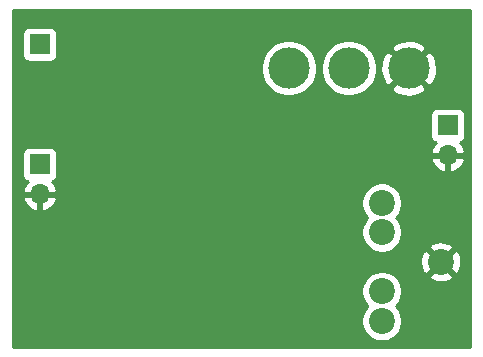
<source format=gbr>
%TF.GenerationSoftware,KiCad,Pcbnew,5.1.10-88a1d61d58~88~ubuntu16.04.1*%
%TF.CreationDate,2021-09-03T12:29:31+02:00*%
%TF.ProjectId,80mrx,38306d72-782e-46b6-9963-61645f706362,rev?*%
%TF.SameCoordinates,Original*%
%TF.FileFunction,Copper,L2,Bot*%
%TF.FilePolarity,Positive*%
%FSLAX46Y46*%
G04 Gerber Fmt 4.6, Leading zero omitted, Abs format (unit mm)*
G04 Created by KiCad (PCBNEW 5.1.10-88a1d61d58~88~ubuntu16.04.1) date 2021-09-03 12:29:31*
%MOMM*%
%LPD*%
G01*
G04 APERTURE LIST*
%TA.AperFunction,ComponentPad*%
%ADD10C,2.200000*%
%TD*%
%TA.AperFunction,ComponentPad*%
%ADD11R,1.700000X1.700000*%
%TD*%
%TA.AperFunction,ComponentPad*%
%ADD12O,1.700000X1.700000*%
%TD*%
%TA.AperFunction,ComponentPad*%
%ADD13C,3.500000*%
%TD*%
%TA.AperFunction,Conductor*%
%ADD14C,0.254000*%
%TD*%
%TA.AperFunction,Conductor*%
%ADD15C,0.100000*%
%TD*%
G04 APERTURE END LIST*
D10*
%TO.P,J1,1*%
%TO.N,Net-(C18-Pad2)*%
X156972000Y-96988000D03*
%TO.P,J1,2*%
X156972000Y-99488000D03*
%TO.P,J1,3*%
X156972000Y-104488000D03*
%TO.P,J1,4*%
X156972000Y-106988000D03*
%TO.P,J1,5*%
%TO.N,GND*%
X161972000Y-101988000D03*
%TD*%
D11*
%TO.P,AE1,1*%
%TO.N,Net-(AE1-Pad1)*%
X128016000Y-83566000D03*
%TD*%
D12*
%TO.P,BT1,2*%
%TO.N,GND*%
X162560000Y-92964000D03*
D11*
%TO.P,BT1,1*%
%TO.N,+6V*%
X162560000Y-90424000D03*
%TD*%
%TO.P,L1,1*%
%TO.N,Net-(C1-Pad1)*%
X128016000Y-93726000D03*
D12*
%TO.P,L1,2*%
%TO.N,GND*%
X128016000Y-96266000D03*
%TD*%
D13*
%TO.P,RV1,1*%
%TO.N,+6V*%
X149098000Y-85598000D03*
%TO.P,RV1,2*%
%TO.N,Net-(C4-Pad1)*%
X154178000Y-85598000D03*
%TO.P,RV1,3*%
%TO.N,GND*%
X159258000Y-85598000D03*
%TD*%
D14*
%TO.N,GND*%
X164440001Y-109195000D02*
X125755000Y-109195000D01*
X125755000Y-104317117D01*
X155237000Y-104317117D01*
X155237000Y-104658883D01*
X155303675Y-104994081D01*
X155434463Y-105309831D01*
X155624337Y-105593998D01*
X155768339Y-105738000D01*
X155624337Y-105882002D01*
X155434463Y-106166169D01*
X155303675Y-106481919D01*
X155237000Y-106817117D01*
X155237000Y-107158883D01*
X155303675Y-107494081D01*
X155434463Y-107809831D01*
X155624337Y-108093998D01*
X155866002Y-108335663D01*
X156150169Y-108525537D01*
X156465919Y-108656325D01*
X156801117Y-108723000D01*
X157142883Y-108723000D01*
X157478081Y-108656325D01*
X157793831Y-108525537D01*
X158077998Y-108335663D01*
X158319663Y-108093998D01*
X158509537Y-107809831D01*
X158640325Y-107494081D01*
X158707000Y-107158883D01*
X158707000Y-106817117D01*
X158640325Y-106481919D01*
X158509537Y-106166169D01*
X158319663Y-105882002D01*
X158175661Y-105738000D01*
X158319663Y-105593998D01*
X158509537Y-105309831D01*
X158640325Y-104994081D01*
X158707000Y-104658883D01*
X158707000Y-104317117D01*
X158640325Y-103981919D01*
X158509537Y-103666169D01*
X158319663Y-103382002D01*
X158132373Y-103194712D01*
X160944893Y-103194712D01*
X161052726Y-103469338D01*
X161359384Y-103620216D01*
X161689585Y-103708369D01*
X162030639Y-103730409D01*
X162369439Y-103685489D01*
X162692966Y-103575336D01*
X162891274Y-103469338D01*
X162999107Y-103194712D01*
X161972000Y-102167605D01*
X160944893Y-103194712D01*
X158132373Y-103194712D01*
X158077998Y-103140337D01*
X157793831Y-102950463D01*
X157478081Y-102819675D01*
X157142883Y-102753000D01*
X156801117Y-102753000D01*
X156465919Y-102819675D01*
X156150169Y-102950463D01*
X155866002Y-103140337D01*
X155624337Y-103382002D01*
X155434463Y-103666169D01*
X155303675Y-103981919D01*
X155237000Y-104317117D01*
X125755000Y-104317117D01*
X125755000Y-102046639D01*
X160229591Y-102046639D01*
X160274511Y-102385439D01*
X160384664Y-102708966D01*
X160490662Y-102907274D01*
X160765288Y-103015107D01*
X161792395Y-101988000D01*
X162151605Y-101988000D01*
X163178712Y-103015107D01*
X163453338Y-102907274D01*
X163604216Y-102600616D01*
X163692369Y-102270415D01*
X163714409Y-101929361D01*
X163669489Y-101590561D01*
X163559336Y-101267034D01*
X163453338Y-101068726D01*
X163178712Y-100960893D01*
X162151605Y-101988000D01*
X161792395Y-101988000D01*
X160765288Y-100960893D01*
X160490662Y-101068726D01*
X160339784Y-101375384D01*
X160251631Y-101705585D01*
X160229591Y-102046639D01*
X125755000Y-102046639D01*
X125755000Y-96622890D01*
X126574524Y-96622890D01*
X126619175Y-96770099D01*
X126744359Y-97032920D01*
X126918412Y-97266269D01*
X127134645Y-97461178D01*
X127384748Y-97610157D01*
X127659109Y-97707481D01*
X127889000Y-97586814D01*
X127889000Y-96393000D01*
X128143000Y-96393000D01*
X128143000Y-97586814D01*
X128372891Y-97707481D01*
X128647252Y-97610157D01*
X128897355Y-97461178D01*
X129113588Y-97266269D01*
X129287641Y-97032920D01*
X129390429Y-96817117D01*
X155237000Y-96817117D01*
X155237000Y-97158883D01*
X155303675Y-97494081D01*
X155434463Y-97809831D01*
X155624337Y-98093998D01*
X155768339Y-98238000D01*
X155624337Y-98382002D01*
X155434463Y-98666169D01*
X155303675Y-98981919D01*
X155237000Y-99317117D01*
X155237000Y-99658883D01*
X155303675Y-99994081D01*
X155434463Y-100309831D01*
X155624337Y-100593998D01*
X155866002Y-100835663D01*
X156150169Y-101025537D01*
X156465919Y-101156325D01*
X156801117Y-101223000D01*
X157142883Y-101223000D01*
X157478081Y-101156325D01*
X157793831Y-101025537D01*
X158077998Y-100835663D01*
X158132373Y-100781288D01*
X160944893Y-100781288D01*
X161972000Y-101808395D01*
X162999107Y-100781288D01*
X162891274Y-100506662D01*
X162584616Y-100355784D01*
X162254415Y-100267631D01*
X161913361Y-100245591D01*
X161574561Y-100290511D01*
X161251034Y-100400664D01*
X161052726Y-100506662D01*
X160944893Y-100781288D01*
X158132373Y-100781288D01*
X158319663Y-100593998D01*
X158509537Y-100309831D01*
X158640325Y-99994081D01*
X158707000Y-99658883D01*
X158707000Y-99317117D01*
X158640325Y-98981919D01*
X158509537Y-98666169D01*
X158319663Y-98382002D01*
X158175661Y-98238000D01*
X158319663Y-98093998D01*
X158509537Y-97809831D01*
X158640325Y-97494081D01*
X158707000Y-97158883D01*
X158707000Y-96817117D01*
X158640325Y-96481919D01*
X158509537Y-96166169D01*
X158319663Y-95882002D01*
X158077998Y-95640337D01*
X157793831Y-95450463D01*
X157478081Y-95319675D01*
X157142883Y-95253000D01*
X156801117Y-95253000D01*
X156465919Y-95319675D01*
X156150169Y-95450463D01*
X155866002Y-95640337D01*
X155624337Y-95882002D01*
X155434463Y-96166169D01*
X155303675Y-96481919D01*
X155237000Y-96817117D01*
X129390429Y-96817117D01*
X129412825Y-96770099D01*
X129457476Y-96622890D01*
X129336155Y-96393000D01*
X128143000Y-96393000D01*
X127889000Y-96393000D01*
X126695845Y-96393000D01*
X126574524Y-96622890D01*
X125755000Y-96622890D01*
X125755000Y-92876000D01*
X126527928Y-92876000D01*
X126527928Y-94576000D01*
X126540188Y-94700482D01*
X126576498Y-94820180D01*
X126635463Y-94930494D01*
X126714815Y-95027185D01*
X126811506Y-95106537D01*
X126921820Y-95165502D01*
X127002466Y-95189966D01*
X126918412Y-95265731D01*
X126744359Y-95499080D01*
X126619175Y-95761901D01*
X126574524Y-95909110D01*
X126695845Y-96139000D01*
X127889000Y-96139000D01*
X127889000Y-96119000D01*
X128143000Y-96119000D01*
X128143000Y-96139000D01*
X129336155Y-96139000D01*
X129457476Y-95909110D01*
X129412825Y-95761901D01*
X129287641Y-95499080D01*
X129113588Y-95265731D01*
X129029534Y-95189966D01*
X129110180Y-95165502D01*
X129220494Y-95106537D01*
X129317185Y-95027185D01*
X129396537Y-94930494D01*
X129455502Y-94820180D01*
X129491812Y-94700482D01*
X129504072Y-94576000D01*
X129504072Y-93320890D01*
X161118524Y-93320890D01*
X161163175Y-93468099D01*
X161288359Y-93730920D01*
X161462412Y-93964269D01*
X161678645Y-94159178D01*
X161928748Y-94308157D01*
X162203109Y-94405481D01*
X162433000Y-94284814D01*
X162433000Y-93091000D01*
X162687000Y-93091000D01*
X162687000Y-94284814D01*
X162916891Y-94405481D01*
X163191252Y-94308157D01*
X163441355Y-94159178D01*
X163657588Y-93964269D01*
X163831641Y-93730920D01*
X163956825Y-93468099D01*
X164001476Y-93320890D01*
X163880155Y-93091000D01*
X162687000Y-93091000D01*
X162433000Y-93091000D01*
X161239845Y-93091000D01*
X161118524Y-93320890D01*
X129504072Y-93320890D01*
X129504072Y-92876000D01*
X129491812Y-92751518D01*
X129455502Y-92631820D01*
X129396537Y-92521506D01*
X129317185Y-92424815D01*
X129220494Y-92345463D01*
X129110180Y-92286498D01*
X128990482Y-92250188D01*
X128866000Y-92237928D01*
X127166000Y-92237928D01*
X127041518Y-92250188D01*
X126921820Y-92286498D01*
X126811506Y-92345463D01*
X126714815Y-92424815D01*
X126635463Y-92521506D01*
X126576498Y-92631820D01*
X126540188Y-92751518D01*
X126527928Y-92876000D01*
X125755000Y-92876000D01*
X125755000Y-89574000D01*
X161071928Y-89574000D01*
X161071928Y-91274000D01*
X161084188Y-91398482D01*
X161120498Y-91518180D01*
X161179463Y-91628494D01*
X161258815Y-91725185D01*
X161355506Y-91804537D01*
X161465820Y-91863502D01*
X161546466Y-91887966D01*
X161462412Y-91963731D01*
X161288359Y-92197080D01*
X161163175Y-92459901D01*
X161118524Y-92607110D01*
X161239845Y-92837000D01*
X162433000Y-92837000D01*
X162433000Y-92817000D01*
X162687000Y-92817000D01*
X162687000Y-92837000D01*
X163880155Y-92837000D01*
X164001476Y-92607110D01*
X163956825Y-92459901D01*
X163831641Y-92197080D01*
X163657588Y-91963731D01*
X163573534Y-91887966D01*
X163654180Y-91863502D01*
X163764494Y-91804537D01*
X163861185Y-91725185D01*
X163940537Y-91628494D01*
X163999502Y-91518180D01*
X164035812Y-91398482D01*
X164048072Y-91274000D01*
X164048072Y-89574000D01*
X164035812Y-89449518D01*
X163999502Y-89329820D01*
X163940537Y-89219506D01*
X163861185Y-89122815D01*
X163764494Y-89043463D01*
X163654180Y-88984498D01*
X163534482Y-88948188D01*
X163410000Y-88935928D01*
X161710000Y-88935928D01*
X161585518Y-88948188D01*
X161465820Y-88984498D01*
X161355506Y-89043463D01*
X161258815Y-89122815D01*
X161179463Y-89219506D01*
X161120498Y-89329820D01*
X161084188Y-89449518D01*
X161071928Y-89574000D01*
X125755000Y-89574000D01*
X125755000Y-85363098D01*
X146713000Y-85363098D01*
X146713000Y-85832902D01*
X146804654Y-86293679D01*
X146984440Y-86727721D01*
X147245450Y-87118349D01*
X147577651Y-87450550D01*
X147968279Y-87711560D01*
X148402321Y-87891346D01*
X148863098Y-87983000D01*
X149332902Y-87983000D01*
X149793679Y-87891346D01*
X150227721Y-87711560D01*
X150618349Y-87450550D01*
X150950550Y-87118349D01*
X151211560Y-86727721D01*
X151391346Y-86293679D01*
X151483000Y-85832902D01*
X151483000Y-85363098D01*
X151793000Y-85363098D01*
X151793000Y-85832902D01*
X151884654Y-86293679D01*
X152064440Y-86727721D01*
X152325450Y-87118349D01*
X152657651Y-87450550D01*
X153048279Y-87711560D01*
X153482321Y-87891346D01*
X153943098Y-87983000D01*
X154412902Y-87983000D01*
X154873679Y-87891346D01*
X155307721Y-87711560D01*
X155698349Y-87450550D01*
X155881290Y-87267609D01*
X157767997Y-87267609D01*
X157954073Y-87608766D01*
X158371409Y-87824513D01*
X158822815Y-87954696D01*
X159290946Y-87994313D01*
X159757811Y-87941842D01*
X160205468Y-87799297D01*
X160561927Y-87608766D01*
X160748003Y-87267609D01*
X159258000Y-85777605D01*
X157767997Y-87267609D01*
X155881290Y-87267609D01*
X156030550Y-87118349D01*
X156291560Y-86727721D01*
X156471346Y-86293679D01*
X156563000Y-85832902D01*
X156563000Y-85630946D01*
X156861687Y-85630946D01*
X156914158Y-86097811D01*
X157056703Y-86545468D01*
X157247234Y-86901927D01*
X157588391Y-87088003D01*
X159078395Y-85598000D01*
X159437605Y-85598000D01*
X160927609Y-87088003D01*
X161268766Y-86901927D01*
X161484513Y-86484591D01*
X161614696Y-86033185D01*
X161654313Y-85565054D01*
X161601842Y-85098189D01*
X161459297Y-84650532D01*
X161268766Y-84294073D01*
X160927609Y-84107997D01*
X159437605Y-85598000D01*
X159078395Y-85598000D01*
X157588391Y-84107997D01*
X157247234Y-84294073D01*
X157031487Y-84711409D01*
X156901304Y-85162815D01*
X156861687Y-85630946D01*
X156563000Y-85630946D01*
X156563000Y-85363098D01*
X156471346Y-84902321D01*
X156291560Y-84468279D01*
X156030550Y-84077651D01*
X155881290Y-83928391D01*
X157767997Y-83928391D01*
X159258000Y-85418395D01*
X160748003Y-83928391D01*
X160561927Y-83587234D01*
X160144591Y-83371487D01*
X159693185Y-83241304D01*
X159225054Y-83201687D01*
X158758189Y-83254158D01*
X158310532Y-83396703D01*
X157954073Y-83587234D01*
X157767997Y-83928391D01*
X155881290Y-83928391D01*
X155698349Y-83745450D01*
X155307721Y-83484440D01*
X154873679Y-83304654D01*
X154412902Y-83213000D01*
X153943098Y-83213000D01*
X153482321Y-83304654D01*
X153048279Y-83484440D01*
X152657651Y-83745450D01*
X152325450Y-84077651D01*
X152064440Y-84468279D01*
X151884654Y-84902321D01*
X151793000Y-85363098D01*
X151483000Y-85363098D01*
X151391346Y-84902321D01*
X151211560Y-84468279D01*
X150950550Y-84077651D01*
X150618349Y-83745450D01*
X150227721Y-83484440D01*
X149793679Y-83304654D01*
X149332902Y-83213000D01*
X148863098Y-83213000D01*
X148402321Y-83304654D01*
X147968279Y-83484440D01*
X147577651Y-83745450D01*
X147245450Y-84077651D01*
X146984440Y-84468279D01*
X146804654Y-84902321D01*
X146713000Y-85363098D01*
X125755000Y-85363098D01*
X125755000Y-82716000D01*
X126527928Y-82716000D01*
X126527928Y-84416000D01*
X126540188Y-84540482D01*
X126576498Y-84660180D01*
X126635463Y-84770494D01*
X126714815Y-84867185D01*
X126811506Y-84946537D01*
X126921820Y-85005502D01*
X127041518Y-85041812D01*
X127166000Y-85054072D01*
X128866000Y-85054072D01*
X128990482Y-85041812D01*
X129110180Y-85005502D01*
X129220494Y-84946537D01*
X129317185Y-84867185D01*
X129396537Y-84770494D01*
X129455502Y-84660180D01*
X129491812Y-84540482D01*
X129504072Y-84416000D01*
X129504072Y-82716000D01*
X129491812Y-82591518D01*
X129455502Y-82471820D01*
X129396537Y-82361506D01*
X129317185Y-82264815D01*
X129220494Y-82185463D01*
X129110180Y-82126498D01*
X128990482Y-82090188D01*
X128866000Y-82077928D01*
X127166000Y-82077928D01*
X127041518Y-82090188D01*
X126921820Y-82126498D01*
X126811506Y-82185463D01*
X126714815Y-82264815D01*
X126635463Y-82361506D01*
X126576498Y-82471820D01*
X126540188Y-82591518D01*
X126527928Y-82716000D01*
X125755000Y-82716000D01*
X125755000Y-80670000D01*
X164440000Y-80670000D01*
X164440001Y-109195000D01*
%TA.AperFunction,Conductor*%
D15*
G36*
X164440001Y-109195000D02*
G01*
X125755000Y-109195000D01*
X125755000Y-104317117D01*
X155237000Y-104317117D01*
X155237000Y-104658883D01*
X155303675Y-104994081D01*
X155434463Y-105309831D01*
X155624337Y-105593998D01*
X155768339Y-105738000D01*
X155624337Y-105882002D01*
X155434463Y-106166169D01*
X155303675Y-106481919D01*
X155237000Y-106817117D01*
X155237000Y-107158883D01*
X155303675Y-107494081D01*
X155434463Y-107809831D01*
X155624337Y-108093998D01*
X155866002Y-108335663D01*
X156150169Y-108525537D01*
X156465919Y-108656325D01*
X156801117Y-108723000D01*
X157142883Y-108723000D01*
X157478081Y-108656325D01*
X157793831Y-108525537D01*
X158077998Y-108335663D01*
X158319663Y-108093998D01*
X158509537Y-107809831D01*
X158640325Y-107494081D01*
X158707000Y-107158883D01*
X158707000Y-106817117D01*
X158640325Y-106481919D01*
X158509537Y-106166169D01*
X158319663Y-105882002D01*
X158175661Y-105738000D01*
X158319663Y-105593998D01*
X158509537Y-105309831D01*
X158640325Y-104994081D01*
X158707000Y-104658883D01*
X158707000Y-104317117D01*
X158640325Y-103981919D01*
X158509537Y-103666169D01*
X158319663Y-103382002D01*
X158132373Y-103194712D01*
X160944893Y-103194712D01*
X161052726Y-103469338D01*
X161359384Y-103620216D01*
X161689585Y-103708369D01*
X162030639Y-103730409D01*
X162369439Y-103685489D01*
X162692966Y-103575336D01*
X162891274Y-103469338D01*
X162999107Y-103194712D01*
X161972000Y-102167605D01*
X160944893Y-103194712D01*
X158132373Y-103194712D01*
X158077998Y-103140337D01*
X157793831Y-102950463D01*
X157478081Y-102819675D01*
X157142883Y-102753000D01*
X156801117Y-102753000D01*
X156465919Y-102819675D01*
X156150169Y-102950463D01*
X155866002Y-103140337D01*
X155624337Y-103382002D01*
X155434463Y-103666169D01*
X155303675Y-103981919D01*
X155237000Y-104317117D01*
X125755000Y-104317117D01*
X125755000Y-102046639D01*
X160229591Y-102046639D01*
X160274511Y-102385439D01*
X160384664Y-102708966D01*
X160490662Y-102907274D01*
X160765288Y-103015107D01*
X161792395Y-101988000D01*
X162151605Y-101988000D01*
X163178712Y-103015107D01*
X163453338Y-102907274D01*
X163604216Y-102600616D01*
X163692369Y-102270415D01*
X163714409Y-101929361D01*
X163669489Y-101590561D01*
X163559336Y-101267034D01*
X163453338Y-101068726D01*
X163178712Y-100960893D01*
X162151605Y-101988000D01*
X161792395Y-101988000D01*
X160765288Y-100960893D01*
X160490662Y-101068726D01*
X160339784Y-101375384D01*
X160251631Y-101705585D01*
X160229591Y-102046639D01*
X125755000Y-102046639D01*
X125755000Y-96622890D01*
X126574524Y-96622890D01*
X126619175Y-96770099D01*
X126744359Y-97032920D01*
X126918412Y-97266269D01*
X127134645Y-97461178D01*
X127384748Y-97610157D01*
X127659109Y-97707481D01*
X127889000Y-97586814D01*
X127889000Y-96393000D01*
X128143000Y-96393000D01*
X128143000Y-97586814D01*
X128372891Y-97707481D01*
X128647252Y-97610157D01*
X128897355Y-97461178D01*
X129113588Y-97266269D01*
X129287641Y-97032920D01*
X129390429Y-96817117D01*
X155237000Y-96817117D01*
X155237000Y-97158883D01*
X155303675Y-97494081D01*
X155434463Y-97809831D01*
X155624337Y-98093998D01*
X155768339Y-98238000D01*
X155624337Y-98382002D01*
X155434463Y-98666169D01*
X155303675Y-98981919D01*
X155237000Y-99317117D01*
X155237000Y-99658883D01*
X155303675Y-99994081D01*
X155434463Y-100309831D01*
X155624337Y-100593998D01*
X155866002Y-100835663D01*
X156150169Y-101025537D01*
X156465919Y-101156325D01*
X156801117Y-101223000D01*
X157142883Y-101223000D01*
X157478081Y-101156325D01*
X157793831Y-101025537D01*
X158077998Y-100835663D01*
X158132373Y-100781288D01*
X160944893Y-100781288D01*
X161972000Y-101808395D01*
X162999107Y-100781288D01*
X162891274Y-100506662D01*
X162584616Y-100355784D01*
X162254415Y-100267631D01*
X161913361Y-100245591D01*
X161574561Y-100290511D01*
X161251034Y-100400664D01*
X161052726Y-100506662D01*
X160944893Y-100781288D01*
X158132373Y-100781288D01*
X158319663Y-100593998D01*
X158509537Y-100309831D01*
X158640325Y-99994081D01*
X158707000Y-99658883D01*
X158707000Y-99317117D01*
X158640325Y-98981919D01*
X158509537Y-98666169D01*
X158319663Y-98382002D01*
X158175661Y-98238000D01*
X158319663Y-98093998D01*
X158509537Y-97809831D01*
X158640325Y-97494081D01*
X158707000Y-97158883D01*
X158707000Y-96817117D01*
X158640325Y-96481919D01*
X158509537Y-96166169D01*
X158319663Y-95882002D01*
X158077998Y-95640337D01*
X157793831Y-95450463D01*
X157478081Y-95319675D01*
X157142883Y-95253000D01*
X156801117Y-95253000D01*
X156465919Y-95319675D01*
X156150169Y-95450463D01*
X155866002Y-95640337D01*
X155624337Y-95882002D01*
X155434463Y-96166169D01*
X155303675Y-96481919D01*
X155237000Y-96817117D01*
X129390429Y-96817117D01*
X129412825Y-96770099D01*
X129457476Y-96622890D01*
X129336155Y-96393000D01*
X128143000Y-96393000D01*
X127889000Y-96393000D01*
X126695845Y-96393000D01*
X126574524Y-96622890D01*
X125755000Y-96622890D01*
X125755000Y-92876000D01*
X126527928Y-92876000D01*
X126527928Y-94576000D01*
X126540188Y-94700482D01*
X126576498Y-94820180D01*
X126635463Y-94930494D01*
X126714815Y-95027185D01*
X126811506Y-95106537D01*
X126921820Y-95165502D01*
X127002466Y-95189966D01*
X126918412Y-95265731D01*
X126744359Y-95499080D01*
X126619175Y-95761901D01*
X126574524Y-95909110D01*
X126695845Y-96139000D01*
X127889000Y-96139000D01*
X127889000Y-96119000D01*
X128143000Y-96119000D01*
X128143000Y-96139000D01*
X129336155Y-96139000D01*
X129457476Y-95909110D01*
X129412825Y-95761901D01*
X129287641Y-95499080D01*
X129113588Y-95265731D01*
X129029534Y-95189966D01*
X129110180Y-95165502D01*
X129220494Y-95106537D01*
X129317185Y-95027185D01*
X129396537Y-94930494D01*
X129455502Y-94820180D01*
X129491812Y-94700482D01*
X129504072Y-94576000D01*
X129504072Y-93320890D01*
X161118524Y-93320890D01*
X161163175Y-93468099D01*
X161288359Y-93730920D01*
X161462412Y-93964269D01*
X161678645Y-94159178D01*
X161928748Y-94308157D01*
X162203109Y-94405481D01*
X162433000Y-94284814D01*
X162433000Y-93091000D01*
X162687000Y-93091000D01*
X162687000Y-94284814D01*
X162916891Y-94405481D01*
X163191252Y-94308157D01*
X163441355Y-94159178D01*
X163657588Y-93964269D01*
X163831641Y-93730920D01*
X163956825Y-93468099D01*
X164001476Y-93320890D01*
X163880155Y-93091000D01*
X162687000Y-93091000D01*
X162433000Y-93091000D01*
X161239845Y-93091000D01*
X161118524Y-93320890D01*
X129504072Y-93320890D01*
X129504072Y-92876000D01*
X129491812Y-92751518D01*
X129455502Y-92631820D01*
X129396537Y-92521506D01*
X129317185Y-92424815D01*
X129220494Y-92345463D01*
X129110180Y-92286498D01*
X128990482Y-92250188D01*
X128866000Y-92237928D01*
X127166000Y-92237928D01*
X127041518Y-92250188D01*
X126921820Y-92286498D01*
X126811506Y-92345463D01*
X126714815Y-92424815D01*
X126635463Y-92521506D01*
X126576498Y-92631820D01*
X126540188Y-92751518D01*
X126527928Y-92876000D01*
X125755000Y-92876000D01*
X125755000Y-89574000D01*
X161071928Y-89574000D01*
X161071928Y-91274000D01*
X161084188Y-91398482D01*
X161120498Y-91518180D01*
X161179463Y-91628494D01*
X161258815Y-91725185D01*
X161355506Y-91804537D01*
X161465820Y-91863502D01*
X161546466Y-91887966D01*
X161462412Y-91963731D01*
X161288359Y-92197080D01*
X161163175Y-92459901D01*
X161118524Y-92607110D01*
X161239845Y-92837000D01*
X162433000Y-92837000D01*
X162433000Y-92817000D01*
X162687000Y-92817000D01*
X162687000Y-92837000D01*
X163880155Y-92837000D01*
X164001476Y-92607110D01*
X163956825Y-92459901D01*
X163831641Y-92197080D01*
X163657588Y-91963731D01*
X163573534Y-91887966D01*
X163654180Y-91863502D01*
X163764494Y-91804537D01*
X163861185Y-91725185D01*
X163940537Y-91628494D01*
X163999502Y-91518180D01*
X164035812Y-91398482D01*
X164048072Y-91274000D01*
X164048072Y-89574000D01*
X164035812Y-89449518D01*
X163999502Y-89329820D01*
X163940537Y-89219506D01*
X163861185Y-89122815D01*
X163764494Y-89043463D01*
X163654180Y-88984498D01*
X163534482Y-88948188D01*
X163410000Y-88935928D01*
X161710000Y-88935928D01*
X161585518Y-88948188D01*
X161465820Y-88984498D01*
X161355506Y-89043463D01*
X161258815Y-89122815D01*
X161179463Y-89219506D01*
X161120498Y-89329820D01*
X161084188Y-89449518D01*
X161071928Y-89574000D01*
X125755000Y-89574000D01*
X125755000Y-85363098D01*
X146713000Y-85363098D01*
X146713000Y-85832902D01*
X146804654Y-86293679D01*
X146984440Y-86727721D01*
X147245450Y-87118349D01*
X147577651Y-87450550D01*
X147968279Y-87711560D01*
X148402321Y-87891346D01*
X148863098Y-87983000D01*
X149332902Y-87983000D01*
X149793679Y-87891346D01*
X150227721Y-87711560D01*
X150618349Y-87450550D01*
X150950550Y-87118349D01*
X151211560Y-86727721D01*
X151391346Y-86293679D01*
X151483000Y-85832902D01*
X151483000Y-85363098D01*
X151793000Y-85363098D01*
X151793000Y-85832902D01*
X151884654Y-86293679D01*
X152064440Y-86727721D01*
X152325450Y-87118349D01*
X152657651Y-87450550D01*
X153048279Y-87711560D01*
X153482321Y-87891346D01*
X153943098Y-87983000D01*
X154412902Y-87983000D01*
X154873679Y-87891346D01*
X155307721Y-87711560D01*
X155698349Y-87450550D01*
X155881290Y-87267609D01*
X157767997Y-87267609D01*
X157954073Y-87608766D01*
X158371409Y-87824513D01*
X158822815Y-87954696D01*
X159290946Y-87994313D01*
X159757811Y-87941842D01*
X160205468Y-87799297D01*
X160561927Y-87608766D01*
X160748003Y-87267609D01*
X159258000Y-85777605D01*
X157767997Y-87267609D01*
X155881290Y-87267609D01*
X156030550Y-87118349D01*
X156291560Y-86727721D01*
X156471346Y-86293679D01*
X156563000Y-85832902D01*
X156563000Y-85630946D01*
X156861687Y-85630946D01*
X156914158Y-86097811D01*
X157056703Y-86545468D01*
X157247234Y-86901927D01*
X157588391Y-87088003D01*
X159078395Y-85598000D01*
X159437605Y-85598000D01*
X160927609Y-87088003D01*
X161268766Y-86901927D01*
X161484513Y-86484591D01*
X161614696Y-86033185D01*
X161654313Y-85565054D01*
X161601842Y-85098189D01*
X161459297Y-84650532D01*
X161268766Y-84294073D01*
X160927609Y-84107997D01*
X159437605Y-85598000D01*
X159078395Y-85598000D01*
X157588391Y-84107997D01*
X157247234Y-84294073D01*
X157031487Y-84711409D01*
X156901304Y-85162815D01*
X156861687Y-85630946D01*
X156563000Y-85630946D01*
X156563000Y-85363098D01*
X156471346Y-84902321D01*
X156291560Y-84468279D01*
X156030550Y-84077651D01*
X155881290Y-83928391D01*
X157767997Y-83928391D01*
X159258000Y-85418395D01*
X160748003Y-83928391D01*
X160561927Y-83587234D01*
X160144591Y-83371487D01*
X159693185Y-83241304D01*
X159225054Y-83201687D01*
X158758189Y-83254158D01*
X158310532Y-83396703D01*
X157954073Y-83587234D01*
X157767997Y-83928391D01*
X155881290Y-83928391D01*
X155698349Y-83745450D01*
X155307721Y-83484440D01*
X154873679Y-83304654D01*
X154412902Y-83213000D01*
X153943098Y-83213000D01*
X153482321Y-83304654D01*
X153048279Y-83484440D01*
X152657651Y-83745450D01*
X152325450Y-84077651D01*
X152064440Y-84468279D01*
X151884654Y-84902321D01*
X151793000Y-85363098D01*
X151483000Y-85363098D01*
X151391346Y-84902321D01*
X151211560Y-84468279D01*
X150950550Y-84077651D01*
X150618349Y-83745450D01*
X150227721Y-83484440D01*
X149793679Y-83304654D01*
X149332902Y-83213000D01*
X148863098Y-83213000D01*
X148402321Y-83304654D01*
X147968279Y-83484440D01*
X147577651Y-83745450D01*
X147245450Y-84077651D01*
X146984440Y-84468279D01*
X146804654Y-84902321D01*
X146713000Y-85363098D01*
X125755000Y-85363098D01*
X125755000Y-82716000D01*
X126527928Y-82716000D01*
X126527928Y-84416000D01*
X126540188Y-84540482D01*
X126576498Y-84660180D01*
X126635463Y-84770494D01*
X126714815Y-84867185D01*
X126811506Y-84946537D01*
X126921820Y-85005502D01*
X127041518Y-85041812D01*
X127166000Y-85054072D01*
X128866000Y-85054072D01*
X128990482Y-85041812D01*
X129110180Y-85005502D01*
X129220494Y-84946537D01*
X129317185Y-84867185D01*
X129396537Y-84770494D01*
X129455502Y-84660180D01*
X129491812Y-84540482D01*
X129504072Y-84416000D01*
X129504072Y-82716000D01*
X129491812Y-82591518D01*
X129455502Y-82471820D01*
X129396537Y-82361506D01*
X129317185Y-82264815D01*
X129220494Y-82185463D01*
X129110180Y-82126498D01*
X128990482Y-82090188D01*
X128866000Y-82077928D01*
X127166000Y-82077928D01*
X127041518Y-82090188D01*
X126921820Y-82126498D01*
X126811506Y-82185463D01*
X126714815Y-82264815D01*
X126635463Y-82361506D01*
X126576498Y-82471820D01*
X126540188Y-82591518D01*
X126527928Y-82716000D01*
X125755000Y-82716000D01*
X125755000Y-80670000D01*
X164440000Y-80670000D01*
X164440001Y-109195000D01*
G37*
%TD.AperFunction*%
%TD*%
M02*

</source>
